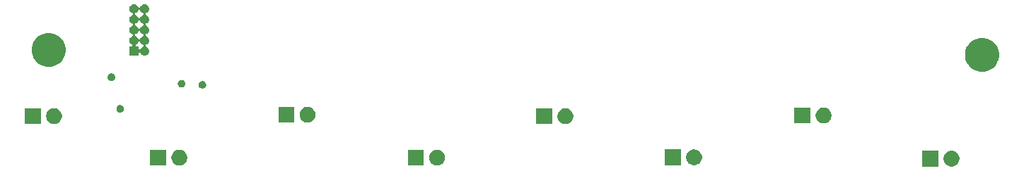
<source format=gbr>
G04 #@! TF.GenerationSoftware,KiCad,Pcbnew,(5.1.2)-2*
G04 #@! TF.CreationDate,2021-01-17T20:54:38+05:30*
G04 #@! TF.ProjectId,VendSensor,56656e64-5365-46e7-936f-722e6b696361,rev?*
G04 #@! TF.SameCoordinates,Original*
G04 #@! TF.FileFunction,Soldermask,Bot*
G04 #@! TF.FilePolarity,Negative*
%FSLAX46Y46*%
G04 Gerber Fmt 4.6, Leading zero omitted, Abs format (unit mm)*
G04 Created by KiCad (PCBNEW (5.1.2)-2) date 2021-01-17 20:54:38*
%MOMM*%
%LPD*%
G04 APERTURE LIST*
%ADD10C,0.100000*%
G04 APERTURE END LIST*
D10*
G36*
X162227395Y-55185546D02*
G01*
X162400466Y-55257234D01*
X162400467Y-55257235D01*
X162556227Y-55361310D01*
X162688690Y-55493773D01*
X162741081Y-55572182D01*
X162792766Y-55649534D01*
X162864454Y-55822605D01*
X162901000Y-56006333D01*
X162901000Y-56193667D01*
X162864454Y-56377395D01*
X162792766Y-56550466D01*
X162768871Y-56586227D01*
X162688690Y-56706227D01*
X162556227Y-56838690D01*
X162532636Y-56854453D01*
X162400466Y-56942766D01*
X162227395Y-57014454D01*
X162043667Y-57051000D01*
X161856333Y-57051000D01*
X161672605Y-57014454D01*
X161499534Y-56942766D01*
X161367364Y-56854453D01*
X161343773Y-56838690D01*
X161211310Y-56706227D01*
X161131129Y-56586227D01*
X161107234Y-56550466D01*
X161035546Y-56377395D01*
X160999000Y-56193667D01*
X160999000Y-56006333D01*
X161035546Y-55822605D01*
X161107234Y-55649534D01*
X161158919Y-55572182D01*
X161211310Y-55493773D01*
X161343773Y-55361310D01*
X161499533Y-55257235D01*
X161499534Y-55257234D01*
X161672605Y-55185546D01*
X161856333Y-55149000D01*
X162043667Y-55149000D01*
X162227395Y-55185546D01*
X162227395Y-55185546D01*
G37*
G36*
X160361000Y-57051000D02*
G01*
X158459000Y-57051000D01*
X158459000Y-55149000D01*
X160361000Y-55149000D01*
X160361000Y-57051000D01*
X160361000Y-57051000D01*
G37*
G36*
X100637395Y-55065546D02*
G01*
X100810466Y-55137234D01*
X100810467Y-55137235D01*
X100966227Y-55241310D01*
X101098690Y-55373773D01*
X101098691Y-55373775D01*
X101202766Y-55529534D01*
X101274454Y-55702605D01*
X101311000Y-55886333D01*
X101311000Y-56073667D01*
X101274454Y-56257395D01*
X101202766Y-56430466D01*
X101202765Y-56430467D01*
X101098690Y-56586227D01*
X100966227Y-56718690D01*
X100887818Y-56771081D01*
X100810466Y-56822766D01*
X100637395Y-56894454D01*
X100453667Y-56931000D01*
X100266333Y-56931000D01*
X100082605Y-56894454D01*
X99909534Y-56822766D01*
X99832182Y-56771081D01*
X99753773Y-56718690D01*
X99621310Y-56586227D01*
X99517235Y-56430467D01*
X99517234Y-56430466D01*
X99445546Y-56257395D01*
X99409000Y-56073667D01*
X99409000Y-55886333D01*
X99445546Y-55702605D01*
X99517234Y-55529534D01*
X99621309Y-55373775D01*
X99621310Y-55373773D01*
X99753773Y-55241310D01*
X99909533Y-55137235D01*
X99909534Y-55137234D01*
X100082605Y-55065546D01*
X100266333Y-55029000D01*
X100453667Y-55029000D01*
X100637395Y-55065546D01*
X100637395Y-55065546D01*
G37*
G36*
X98771000Y-56931000D02*
G01*
X96869000Y-56931000D01*
X96869000Y-55029000D01*
X98771000Y-55029000D01*
X98771000Y-56931000D01*
X98771000Y-56931000D01*
G37*
G36*
X67921000Y-56921000D02*
G01*
X66019000Y-56921000D01*
X66019000Y-55019000D01*
X67921000Y-55019000D01*
X67921000Y-56921000D01*
X67921000Y-56921000D01*
G37*
G36*
X69787395Y-55055546D02*
G01*
X69960466Y-55127234D01*
X69993041Y-55149000D01*
X70116227Y-55231310D01*
X70248690Y-55363773D01*
X70255373Y-55373775D01*
X70352766Y-55519534D01*
X70424454Y-55692605D01*
X70461000Y-55876333D01*
X70461000Y-56063667D01*
X70424454Y-56247395D01*
X70352766Y-56420466D01*
X70301081Y-56497818D01*
X70248690Y-56576227D01*
X70116227Y-56708690D01*
X70101259Y-56718691D01*
X69960466Y-56812766D01*
X69787395Y-56884454D01*
X69603667Y-56921000D01*
X69416333Y-56921000D01*
X69232605Y-56884454D01*
X69059534Y-56812766D01*
X68918741Y-56718691D01*
X68903773Y-56708690D01*
X68771310Y-56576227D01*
X68718919Y-56497818D01*
X68667234Y-56420466D01*
X68595546Y-56247395D01*
X68559000Y-56063667D01*
X68559000Y-55876333D01*
X68595546Y-55692605D01*
X68667234Y-55519534D01*
X68764627Y-55373775D01*
X68771310Y-55363773D01*
X68903773Y-55231310D01*
X69026959Y-55149000D01*
X69059534Y-55127234D01*
X69232605Y-55055546D01*
X69416333Y-55019000D01*
X69603667Y-55019000D01*
X69787395Y-55055546D01*
X69787395Y-55055546D01*
G37*
G36*
X129541000Y-56891000D02*
G01*
X127639000Y-56891000D01*
X127639000Y-54989000D01*
X129541000Y-54989000D01*
X129541000Y-56891000D01*
X129541000Y-56891000D01*
G37*
G36*
X131407395Y-55025546D02*
G01*
X131580466Y-55097234D01*
X131640330Y-55137234D01*
X131736227Y-55201310D01*
X131868690Y-55333773D01*
X131895417Y-55373773D01*
X131972766Y-55489534D01*
X132044454Y-55662605D01*
X132081000Y-55846333D01*
X132081000Y-56033667D01*
X132044454Y-56217395D01*
X131972766Y-56390466D01*
X131952720Y-56420467D01*
X131868690Y-56546227D01*
X131736227Y-56678690D01*
X131691327Y-56708691D01*
X131580466Y-56782766D01*
X131407395Y-56854454D01*
X131223667Y-56891000D01*
X131036333Y-56891000D01*
X130852605Y-56854454D01*
X130679534Y-56782766D01*
X130568673Y-56708691D01*
X130523773Y-56678690D01*
X130391310Y-56546227D01*
X130307280Y-56420467D01*
X130287234Y-56390466D01*
X130215546Y-56217395D01*
X130179000Y-56033667D01*
X130179000Y-55846333D01*
X130215546Y-55662605D01*
X130287234Y-55489534D01*
X130364583Y-55373773D01*
X130391310Y-55333773D01*
X130523773Y-55201310D01*
X130619670Y-55137234D01*
X130679534Y-55097234D01*
X130852605Y-55025546D01*
X131036333Y-54989000D01*
X131223667Y-54989000D01*
X131407395Y-55025546D01*
X131407395Y-55025546D01*
G37*
G36*
X114131000Y-51961000D02*
G01*
X112229000Y-51961000D01*
X112229000Y-50059000D01*
X114131000Y-50059000D01*
X114131000Y-51961000D01*
X114131000Y-51961000D01*
G37*
G36*
X115997395Y-50095546D02*
G01*
X116170466Y-50167234D01*
X116191532Y-50181310D01*
X116326227Y-50271310D01*
X116458690Y-50403773D01*
X116458691Y-50403775D01*
X116562766Y-50559534D01*
X116634454Y-50732605D01*
X116671000Y-50916333D01*
X116671000Y-51103667D01*
X116634454Y-51287395D01*
X116562766Y-51460466D01*
X116562765Y-51460467D01*
X116458690Y-51616227D01*
X116326227Y-51748690D01*
X116277871Y-51781000D01*
X116170466Y-51852766D01*
X115997395Y-51924454D01*
X115813667Y-51961000D01*
X115626333Y-51961000D01*
X115442605Y-51924454D01*
X115269534Y-51852766D01*
X115162129Y-51781000D01*
X115113773Y-51748690D01*
X114981310Y-51616227D01*
X114877235Y-51460467D01*
X114877234Y-51460466D01*
X114805546Y-51287395D01*
X114769000Y-51103667D01*
X114769000Y-50916333D01*
X114805546Y-50732605D01*
X114877234Y-50559534D01*
X114981309Y-50403775D01*
X114981310Y-50403773D01*
X115113773Y-50271310D01*
X115248468Y-50181310D01*
X115269534Y-50167234D01*
X115442605Y-50095546D01*
X115626333Y-50059000D01*
X115813667Y-50059000D01*
X115997395Y-50095546D01*
X115997395Y-50095546D01*
G37*
G36*
X54777395Y-50055546D02*
G01*
X54950466Y-50127234D01*
X54961222Y-50134421D01*
X55106227Y-50231310D01*
X55238690Y-50363773D01*
X55247859Y-50377496D01*
X55342766Y-50519534D01*
X55414454Y-50692605D01*
X55451000Y-50876333D01*
X55451000Y-51063667D01*
X55414454Y-51247395D01*
X55342766Y-51420466D01*
X55342765Y-51420467D01*
X55238690Y-51576227D01*
X55106227Y-51708690D01*
X55052702Y-51744454D01*
X54950466Y-51812766D01*
X54777395Y-51884454D01*
X54593667Y-51921000D01*
X54406333Y-51921000D01*
X54222605Y-51884454D01*
X54049534Y-51812766D01*
X53947298Y-51744454D01*
X53893773Y-51708690D01*
X53761310Y-51576227D01*
X53657235Y-51420467D01*
X53657234Y-51420466D01*
X53585546Y-51247395D01*
X53549000Y-51063667D01*
X53549000Y-50876333D01*
X53585546Y-50692605D01*
X53657234Y-50519534D01*
X53752141Y-50377496D01*
X53761310Y-50363773D01*
X53893773Y-50231310D01*
X54038778Y-50134421D01*
X54049534Y-50127234D01*
X54222605Y-50055546D01*
X54406333Y-50019000D01*
X54593667Y-50019000D01*
X54777395Y-50055546D01*
X54777395Y-50055546D01*
G37*
G36*
X52911000Y-51921000D02*
G01*
X51009000Y-51921000D01*
X51009000Y-50019000D01*
X52911000Y-50019000D01*
X52911000Y-51921000D01*
X52911000Y-51921000D01*
G37*
G36*
X145061000Y-51871000D02*
G01*
X143159000Y-51871000D01*
X143159000Y-49969000D01*
X145061000Y-49969000D01*
X145061000Y-51871000D01*
X145061000Y-51871000D01*
G37*
G36*
X146927395Y-50005546D02*
G01*
X147100466Y-50077234D01*
X147127873Y-50095547D01*
X147256227Y-50181310D01*
X147388690Y-50313773D01*
X147388691Y-50313775D01*
X147492766Y-50469534D01*
X147564454Y-50642605D01*
X147601000Y-50826333D01*
X147601000Y-51013667D01*
X147564454Y-51197395D01*
X147492766Y-51370466D01*
X147492765Y-51370467D01*
X147388690Y-51526227D01*
X147256227Y-51658690D01*
X147181396Y-51708690D01*
X147100466Y-51762766D01*
X146927395Y-51834454D01*
X146743667Y-51871000D01*
X146556333Y-51871000D01*
X146372605Y-51834454D01*
X146199534Y-51762766D01*
X146118604Y-51708690D01*
X146043773Y-51658690D01*
X145911310Y-51526227D01*
X145807235Y-51370467D01*
X145807234Y-51370466D01*
X145735546Y-51197395D01*
X145699000Y-51013667D01*
X145699000Y-50826333D01*
X145735546Y-50642605D01*
X145807234Y-50469534D01*
X145911309Y-50313775D01*
X145911310Y-50313773D01*
X146043773Y-50181310D01*
X146172127Y-50095547D01*
X146199534Y-50077234D01*
X146372605Y-50005546D01*
X146556333Y-49969000D01*
X146743667Y-49969000D01*
X146927395Y-50005546D01*
X146927395Y-50005546D01*
G37*
G36*
X85127395Y-49915546D02*
G01*
X85300466Y-49987234D01*
X85327873Y-50005547D01*
X85456227Y-50091310D01*
X85588690Y-50223773D01*
X85588691Y-50223775D01*
X85692766Y-50379534D01*
X85764454Y-50552605D01*
X85801000Y-50736333D01*
X85801000Y-50923667D01*
X85764454Y-51107395D01*
X85692766Y-51280466D01*
X85641081Y-51357818D01*
X85588690Y-51436227D01*
X85456227Y-51568690D01*
X85377818Y-51621081D01*
X85300466Y-51672766D01*
X85127395Y-51744454D01*
X84943667Y-51781000D01*
X84756333Y-51781000D01*
X84572605Y-51744454D01*
X84399534Y-51672766D01*
X84322182Y-51621081D01*
X84243773Y-51568690D01*
X84111310Y-51436227D01*
X84058919Y-51357818D01*
X84007234Y-51280466D01*
X83935546Y-51107395D01*
X83899000Y-50923667D01*
X83899000Y-50736333D01*
X83935546Y-50552605D01*
X84007234Y-50379534D01*
X84111309Y-50223775D01*
X84111310Y-50223773D01*
X84243773Y-50091310D01*
X84372127Y-50005547D01*
X84399534Y-49987234D01*
X84572605Y-49915546D01*
X84756333Y-49879000D01*
X84943667Y-49879000D01*
X85127395Y-49915546D01*
X85127395Y-49915546D01*
G37*
G36*
X83261000Y-51781000D02*
G01*
X81359000Y-51781000D01*
X81359000Y-49879000D01*
X83261000Y-49879000D01*
X83261000Y-51781000D01*
X83261000Y-51781000D01*
G37*
G36*
X62551552Y-49656331D02*
G01*
X62633627Y-49690328D01*
X62633629Y-49690329D01*
X62670813Y-49715175D01*
X62707495Y-49739685D01*
X62770315Y-49802505D01*
X62819672Y-49876373D01*
X62853669Y-49958448D01*
X62871000Y-50045579D01*
X62871000Y-50134421D01*
X62853669Y-50221552D01*
X62833058Y-50271310D01*
X62819671Y-50303629D01*
X62770314Y-50377496D01*
X62707496Y-50440314D01*
X62633629Y-50489671D01*
X62633628Y-50489672D01*
X62633627Y-50489672D01*
X62551552Y-50523669D01*
X62464421Y-50541000D01*
X62375579Y-50541000D01*
X62288448Y-50523669D01*
X62206373Y-50489672D01*
X62206372Y-50489672D01*
X62206371Y-50489671D01*
X62132504Y-50440314D01*
X62069686Y-50377496D01*
X62020329Y-50303629D01*
X62006942Y-50271310D01*
X61986331Y-50221552D01*
X61969000Y-50134421D01*
X61969000Y-50045579D01*
X61986331Y-49958448D01*
X62020328Y-49876373D01*
X62069685Y-49802505D01*
X62132505Y-49739685D01*
X62169187Y-49715175D01*
X62206371Y-49690329D01*
X62206373Y-49690328D01*
X62288448Y-49656331D01*
X62375579Y-49639000D01*
X62464421Y-49639000D01*
X62551552Y-49656331D01*
X62551552Y-49656331D01*
G37*
G36*
X72401552Y-46776331D02*
G01*
X72483627Y-46810328D01*
X72483629Y-46810329D01*
X72520813Y-46835175D01*
X72557495Y-46859685D01*
X72620315Y-46922505D01*
X72669672Y-46996373D01*
X72703669Y-47078448D01*
X72721000Y-47165579D01*
X72721000Y-47254421D01*
X72703669Y-47341552D01*
X72690851Y-47372496D01*
X72669671Y-47423629D01*
X72620314Y-47497496D01*
X72557496Y-47560314D01*
X72483629Y-47609671D01*
X72483628Y-47609672D01*
X72483627Y-47609672D01*
X72401552Y-47643669D01*
X72314421Y-47661000D01*
X72225579Y-47661000D01*
X72138448Y-47643669D01*
X72056373Y-47609672D01*
X72056372Y-47609672D01*
X72056371Y-47609671D01*
X71982504Y-47560314D01*
X71919686Y-47497496D01*
X71870329Y-47423629D01*
X71849149Y-47372496D01*
X71836331Y-47341552D01*
X71819000Y-47254421D01*
X71819000Y-47165579D01*
X71836331Y-47078448D01*
X71870328Y-46996373D01*
X71919685Y-46922505D01*
X71982505Y-46859685D01*
X72019187Y-46835175D01*
X72056371Y-46810329D01*
X72056373Y-46810328D01*
X72138448Y-46776331D01*
X72225579Y-46759000D01*
X72314421Y-46759000D01*
X72401552Y-46776331D01*
X72401552Y-46776331D01*
G37*
G36*
X69906552Y-46651331D02*
G01*
X69988627Y-46685328D01*
X69988629Y-46685329D01*
X70025813Y-46710175D01*
X70060973Y-46733668D01*
X70062496Y-46734686D01*
X70125314Y-46797504D01*
X70166863Y-46859685D01*
X70174672Y-46871373D01*
X70208669Y-46953448D01*
X70226000Y-47040579D01*
X70226000Y-47129421D01*
X70208669Y-47216552D01*
X70174672Y-47298627D01*
X70174671Y-47298629D01*
X70125314Y-47372496D01*
X70062496Y-47435314D01*
X69988629Y-47484671D01*
X69988628Y-47484672D01*
X69988627Y-47484672D01*
X69906552Y-47518669D01*
X69819421Y-47536000D01*
X69730579Y-47536000D01*
X69643448Y-47518669D01*
X69561373Y-47484672D01*
X69561372Y-47484672D01*
X69561371Y-47484671D01*
X69487504Y-47435314D01*
X69424686Y-47372496D01*
X69375329Y-47298629D01*
X69375328Y-47298627D01*
X69341331Y-47216552D01*
X69324000Y-47129421D01*
X69324000Y-47040579D01*
X69341331Y-46953448D01*
X69375328Y-46871373D01*
X69383138Y-46859685D01*
X69424686Y-46797504D01*
X69487504Y-46734686D01*
X69489028Y-46733668D01*
X69524187Y-46710175D01*
X69561371Y-46685329D01*
X69561373Y-46685328D01*
X69643448Y-46651331D01*
X69730579Y-46634000D01*
X69819421Y-46634000D01*
X69906552Y-46651331D01*
X69906552Y-46651331D01*
G37*
G36*
X61501552Y-45866331D02*
G01*
X61583627Y-45900328D01*
X61583629Y-45900329D01*
X61620813Y-45925175D01*
X61657495Y-45949685D01*
X61720315Y-46012505D01*
X61769672Y-46086373D01*
X61803669Y-46168448D01*
X61821000Y-46255579D01*
X61821000Y-46344421D01*
X61803669Y-46431552D01*
X61769672Y-46513627D01*
X61720315Y-46587495D01*
X61657495Y-46650315D01*
X61620813Y-46674825D01*
X61583629Y-46699671D01*
X61583628Y-46699672D01*
X61583627Y-46699672D01*
X61501552Y-46733669D01*
X61414421Y-46751000D01*
X61325579Y-46751000D01*
X61238448Y-46733669D01*
X61156373Y-46699672D01*
X61156372Y-46699672D01*
X61156371Y-46699671D01*
X61119187Y-46674825D01*
X61082505Y-46650315D01*
X61019685Y-46587495D01*
X60970328Y-46513627D01*
X60936331Y-46431552D01*
X60919000Y-46344421D01*
X60919000Y-46255579D01*
X60936331Y-46168448D01*
X60970328Y-46086373D01*
X61019685Y-46012505D01*
X61082505Y-45949685D01*
X61119187Y-45925175D01*
X61156371Y-45900329D01*
X61156373Y-45900328D01*
X61238448Y-45866331D01*
X61325579Y-45849000D01*
X61414421Y-45849000D01*
X61501552Y-45866331D01*
X61501552Y-45866331D01*
G37*
G36*
X166218254Y-41647818D02*
G01*
X166591511Y-41802426D01*
X166591513Y-41802427D01*
X166927436Y-42026884D01*
X167213116Y-42312564D01*
X167421624Y-42624617D01*
X167437574Y-42648489D01*
X167592182Y-43021746D01*
X167671000Y-43417993D01*
X167671000Y-43822007D01*
X167592182Y-44218254D01*
X167542815Y-44337436D01*
X167437573Y-44591513D01*
X167213116Y-44927436D01*
X166927436Y-45213116D01*
X166591513Y-45437573D01*
X166591512Y-45437574D01*
X166591511Y-45437574D01*
X166218254Y-45592182D01*
X165822007Y-45671000D01*
X165417993Y-45671000D01*
X165021746Y-45592182D01*
X164648489Y-45437574D01*
X164648488Y-45437574D01*
X164648487Y-45437573D01*
X164312564Y-45213116D01*
X164026884Y-44927436D01*
X163802427Y-44591513D01*
X163697185Y-44337436D01*
X163647818Y-44218254D01*
X163569000Y-43822007D01*
X163569000Y-43417993D01*
X163647818Y-43021746D01*
X163802426Y-42648489D01*
X163818377Y-42624617D01*
X164026884Y-42312564D01*
X164312564Y-42026884D01*
X164648487Y-41802427D01*
X164648489Y-41802426D01*
X165021746Y-41647818D01*
X165417993Y-41569000D01*
X165822007Y-41569000D01*
X166218254Y-41647818D01*
X166218254Y-41647818D01*
G37*
G36*
X54468254Y-41057818D02*
G01*
X54841511Y-41212426D01*
X54841513Y-41212427D01*
X55177436Y-41436884D01*
X55463116Y-41722564D01*
X55679566Y-42046503D01*
X55687574Y-42058489D01*
X55842182Y-42431746D01*
X55921000Y-42827993D01*
X55921000Y-43232007D01*
X55842182Y-43628254D01*
X55761927Y-43822006D01*
X55687573Y-44001513D01*
X55463116Y-44337436D01*
X55177436Y-44623116D01*
X54841513Y-44847573D01*
X54841512Y-44847574D01*
X54841511Y-44847574D01*
X54468254Y-45002182D01*
X54072007Y-45081000D01*
X53667993Y-45081000D01*
X53271746Y-45002182D01*
X52898489Y-44847574D01*
X52898488Y-44847574D01*
X52898487Y-44847573D01*
X52562564Y-44623116D01*
X52276884Y-44337436D01*
X52052427Y-44001513D01*
X51978073Y-43822006D01*
X51897818Y-43628254D01*
X51819000Y-43232007D01*
X51819000Y-42827993D01*
X51897818Y-42431746D01*
X52052426Y-42058489D01*
X52060435Y-42046503D01*
X52276884Y-41722564D01*
X52562564Y-41436884D01*
X52898487Y-41212427D01*
X52898489Y-41212426D01*
X53271746Y-41057818D01*
X53667993Y-40979000D01*
X54072007Y-40979000D01*
X54468254Y-41057818D01*
X54468254Y-41057818D01*
G37*
G36*
X64178015Y-37516973D02*
G01*
X64281879Y-37548479D01*
X64309055Y-37563005D01*
X64377600Y-37599643D01*
X64461501Y-37668499D01*
X64530357Y-37752400D01*
X64566995Y-37820945D01*
X64581521Y-37848121D01*
X64585388Y-37860869D01*
X64594760Y-37883496D01*
X64608374Y-37903870D01*
X64625701Y-37921197D01*
X64646075Y-37934811D01*
X64668714Y-37944188D01*
X64692747Y-37948969D01*
X64717251Y-37948969D01*
X64741285Y-37944189D01*
X64763924Y-37934812D01*
X64784298Y-37921198D01*
X64801625Y-37903871D01*
X64815239Y-37883497D01*
X64824612Y-37860869D01*
X64828479Y-37848121D01*
X64843005Y-37820945D01*
X64879643Y-37752400D01*
X64948499Y-37668499D01*
X65032400Y-37599643D01*
X65100945Y-37563005D01*
X65128121Y-37548479D01*
X65231985Y-37516973D01*
X65312933Y-37509000D01*
X65367067Y-37509000D01*
X65448015Y-37516973D01*
X65551879Y-37548479D01*
X65579055Y-37563005D01*
X65647600Y-37599643D01*
X65731501Y-37668499D01*
X65800357Y-37752400D01*
X65836995Y-37820945D01*
X65851521Y-37848121D01*
X65883027Y-37951985D01*
X65893666Y-38060000D01*
X65883027Y-38168015D01*
X65851521Y-38271879D01*
X65851519Y-38271882D01*
X65800357Y-38367600D01*
X65731501Y-38451501D01*
X65647600Y-38520357D01*
X65579055Y-38556995D01*
X65551879Y-38571521D01*
X65539131Y-38575388D01*
X65516504Y-38584760D01*
X65496130Y-38598374D01*
X65478803Y-38615701D01*
X65465189Y-38636075D01*
X65455812Y-38658714D01*
X65451031Y-38682747D01*
X65451031Y-38707251D01*
X65455811Y-38731285D01*
X65465188Y-38753924D01*
X65478802Y-38774298D01*
X65496129Y-38791625D01*
X65516503Y-38805239D01*
X65539131Y-38814612D01*
X65551879Y-38818479D01*
X65579055Y-38833005D01*
X65647600Y-38869643D01*
X65731501Y-38938499D01*
X65800357Y-39022400D01*
X65836995Y-39090945D01*
X65851521Y-39118121D01*
X65883027Y-39221985D01*
X65893666Y-39330000D01*
X65883027Y-39438015D01*
X65851521Y-39541879D01*
X65851519Y-39541882D01*
X65800357Y-39637600D01*
X65731501Y-39721501D01*
X65647600Y-39790357D01*
X65579055Y-39826995D01*
X65551879Y-39841521D01*
X65539131Y-39845388D01*
X65516504Y-39854760D01*
X65496130Y-39868374D01*
X65478803Y-39885701D01*
X65465189Y-39906075D01*
X65455812Y-39928714D01*
X65451031Y-39952747D01*
X65451031Y-39977251D01*
X65455811Y-40001285D01*
X65465188Y-40023924D01*
X65478802Y-40044298D01*
X65496129Y-40061625D01*
X65516503Y-40075239D01*
X65539131Y-40084612D01*
X65551879Y-40088479D01*
X65579055Y-40103005D01*
X65647600Y-40139643D01*
X65731501Y-40208499D01*
X65800357Y-40292400D01*
X65836995Y-40360945D01*
X65851521Y-40388121D01*
X65883027Y-40491985D01*
X65893666Y-40600000D01*
X65883027Y-40708015D01*
X65851521Y-40811879D01*
X65851519Y-40811882D01*
X65800357Y-40907600D01*
X65731501Y-40991501D01*
X65647600Y-41060357D01*
X65579055Y-41096995D01*
X65551879Y-41111521D01*
X65539131Y-41115388D01*
X65516504Y-41124760D01*
X65496130Y-41138374D01*
X65478803Y-41155701D01*
X65465189Y-41176075D01*
X65455812Y-41198714D01*
X65451031Y-41222747D01*
X65451031Y-41247251D01*
X65455811Y-41271285D01*
X65465188Y-41293924D01*
X65478802Y-41314298D01*
X65496129Y-41331625D01*
X65516503Y-41345239D01*
X65539131Y-41354612D01*
X65551879Y-41358479D01*
X65579055Y-41373005D01*
X65647600Y-41409643D01*
X65731501Y-41478499D01*
X65800357Y-41562400D01*
X65836995Y-41630945D01*
X65851521Y-41658121D01*
X65883027Y-41761985D01*
X65893666Y-41870000D01*
X65883027Y-41978015D01*
X65851521Y-42081879D01*
X65851519Y-42081882D01*
X65800357Y-42177600D01*
X65731501Y-42261501D01*
X65647600Y-42330357D01*
X65592014Y-42360068D01*
X65551879Y-42381521D01*
X65539131Y-42385388D01*
X65516504Y-42394760D01*
X65496130Y-42408374D01*
X65478803Y-42425701D01*
X65465189Y-42446075D01*
X65455812Y-42468714D01*
X65451031Y-42492747D01*
X65451031Y-42517251D01*
X65455811Y-42541285D01*
X65465188Y-42563924D01*
X65478802Y-42584298D01*
X65496129Y-42601625D01*
X65516503Y-42615239D01*
X65539131Y-42624612D01*
X65551879Y-42628479D01*
X65579055Y-42643005D01*
X65647600Y-42679643D01*
X65731501Y-42748499D01*
X65800357Y-42832400D01*
X65836995Y-42900945D01*
X65851521Y-42928121D01*
X65883027Y-43031985D01*
X65893666Y-43140000D01*
X65883027Y-43248015D01*
X65851521Y-43351879D01*
X65851191Y-43352496D01*
X65800357Y-43447600D01*
X65731501Y-43531501D01*
X65647600Y-43600357D01*
X65595408Y-43628254D01*
X65551879Y-43651521D01*
X65448015Y-43683027D01*
X65367067Y-43691000D01*
X65312933Y-43691000D01*
X65231985Y-43683027D01*
X65128121Y-43651521D01*
X65084592Y-43628254D01*
X65032400Y-43600357D01*
X64948499Y-43531501D01*
X64879645Y-43447601D01*
X64879644Y-43447600D01*
X64856236Y-43403807D01*
X64842625Y-43383437D01*
X64825298Y-43366110D01*
X64804924Y-43352496D01*
X64782285Y-43343119D01*
X64758252Y-43338338D01*
X64733748Y-43338338D01*
X64709714Y-43343118D01*
X64687076Y-43352495D01*
X64666701Y-43366109D01*
X64649374Y-43383436D01*
X64635760Y-43403810D01*
X64626383Y-43426449D01*
X64621602Y-43450482D01*
X64621000Y-43462735D01*
X64621000Y-43691000D01*
X63519000Y-43691000D01*
X63519000Y-42589000D01*
X63747265Y-42589000D01*
X63771651Y-42586598D01*
X63795100Y-42579485D01*
X63816711Y-42567934D01*
X63835653Y-42552389D01*
X63851198Y-42533447D01*
X63862749Y-42511836D01*
X63869862Y-42488387D01*
X63872264Y-42464001D01*
X63871058Y-42451748D01*
X64268338Y-42451748D01*
X64268338Y-42476252D01*
X64273118Y-42500286D01*
X64282495Y-42522924D01*
X64296109Y-42543299D01*
X64313436Y-42560626D01*
X64333810Y-42574240D01*
X64356449Y-42583617D01*
X64380482Y-42588398D01*
X64392735Y-42589000D01*
X64621000Y-42589000D01*
X64621000Y-42817265D01*
X64623402Y-42841651D01*
X64630515Y-42865100D01*
X64642066Y-42886711D01*
X64657611Y-42905653D01*
X64676553Y-42921198D01*
X64698164Y-42932749D01*
X64721613Y-42939862D01*
X64745999Y-42942264D01*
X64770385Y-42939862D01*
X64793834Y-42932749D01*
X64815445Y-42921198D01*
X64834387Y-42905653D01*
X64849932Y-42886711D01*
X64856233Y-42876198D01*
X64879644Y-42832400D01*
X64948499Y-42748499D01*
X65032400Y-42679643D01*
X65100945Y-42643005D01*
X65128121Y-42628479D01*
X65140869Y-42624612D01*
X65163496Y-42615240D01*
X65183870Y-42601626D01*
X65201197Y-42584299D01*
X65214811Y-42563925D01*
X65224188Y-42541286D01*
X65228969Y-42517253D01*
X65228969Y-42492749D01*
X65224189Y-42468715D01*
X65214812Y-42446076D01*
X65201198Y-42425702D01*
X65183871Y-42408375D01*
X65163497Y-42394761D01*
X65140869Y-42385388D01*
X65128121Y-42381521D01*
X65087986Y-42360068D01*
X65032400Y-42330357D01*
X64948499Y-42261501D01*
X64879643Y-42177600D01*
X64828481Y-42081882D01*
X64828479Y-42081879D01*
X64824612Y-42069131D01*
X64815240Y-42046504D01*
X64801626Y-42026130D01*
X64784299Y-42008803D01*
X64763925Y-41995189D01*
X64741286Y-41985812D01*
X64717253Y-41981031D01*
X64692749Y-41981031D01*
X64668715Y-41985811D01*
X64646076Y-41995188D01*
X64625702Y-42008802D01*
X64608375Y-42026129D01*
X64594761Y-42046503D01*
X64585388Y-42069131D01*
X64581521Y-42081879D01*
X64581519Y-42081882D01*
X64530357Y-42177600D01*
X64461501Y-42261501D01*
X64377600Y-42330356D01*
X64333807Y-42353764D01*
X64313437Y-42367375D01*
X64296110Y-42384702D01*
X64282496Y-42405076D01*
X64273119Y-42427715D01*
X64268338Y-42451748D01*
X63871058Y-42451748D01*
X63869862Y-42439615D01*
X63862749Y-42416166D01*
X63851198Y-42394555D01*
X63835653Y-42375613D01*
X63816711Y-42360068D01*
X63806198Y-42353767D01*
X63762400Y-42330356D01*
X63678499Y-42261501D01*
X63609643Y-42177600D01*
X63558481Y-42081882D01*
X63558479Y-42081879D01*
X63526973Y-41978015D01*
X63516334Y-41870000D01*
X63526973Y-41761985D01*
X63558479Y-41658121D01*
X63573005Y-41630945D01*
X63609643Y-41562400D01*
X63678499Y-41478499D01*
X63762400Y-41409643D01*
X63830945Y-41373005D01*
X63858121Y-41358479D01*
X63870869Y-41354612D01*
X63893496Y-41345240D01*
X63913870Y-41331626D01*
X63931197Y-41314299D01*
X63944811Y-41293925D01*
X63954188Y-41271286D01*
X63958969Y-41247253D01*
X63958969Y-41222749D01*
X63958969Y-41222747D01*
X64181031Y-41222747D01*
X64181031Y-41247251D01*
X64185811Y-41271285D01*
X64195188Y-41293924D01*
X64208802Y-41314298D01*
X64226129Y-41331625D01*
X64246503Y-41345239D01*
X64269131Y-41354612D01*
X64281879Y-41358479D01*
X64309055Y-41373005D01*
X64377600Y-41409643D01*
X64461501Y-41478499D01*
X64530357Y-41562400D01*
X64566995Y-41630945D01*
X64581521Y-41658121D01*
X64585388Y-41670869D01*
X64594760Y-41693496D01*
X64608374Y-41713870D01*
X64625701Y-41731197D01*
X64646075Y-41744811D01*
X64668714Y-41754188D01*
X64692747Y-41758969D01*
X64717251Y-41758969D01*
X64741285Y-41754189D01*
X64763924Y-41744812D01*
X64784298Y-41731198D01*
X64801625Y-41713871D01*
X64815239Y-41693497D01*
X64824612Y-41670869D01*
X64828479Y-41658121D01*
X64843005Y-41630945D01*
X64879643Y-41562400D01*
X64948499Y-41478499D01*
X65032400Y-41409643D01*
X65100945Y-41373005D01*
X65128121Y-41358479D01*
X65140869Y-41354612D01*
X65163496Y-41345240D01*
X65183870Y-41331626D01*
X65201197Y-41314299D01*
X65214811Y-41293925D01*
X65224188Y-41271286D01*
X65228969Y-41247253D01*
X65228969Y-41222749D01*
X65224189Y-41198715D01*
X65214812Y-41176076D01*
X65201198Y-41155702D01*
X65183871Y-41138375D01*
X65163497Y-41124761D01*
X65140869Y-41115388D01*
X65128121Y-41111521D01*
X65100945Y-41096995D01*
X65032400Y-41060357D01*
X64948499Y-40991501D01*
X64879643Y-40907600D01*
X64828481Y-40811882D01*
X64828479Y-40811879D01*
X64824612Y-40799131D01*
X64815240Y-40776504D01*
X64801626Y-40756130D01*
X64784299Y-40738803D01*
X64763925Y-40725189D01*
X64741286Y-40715812D01*
X64717253Y-40711031D01*
X64692749Y-40711031D01*
X64668715Y-40715811D01*
X64646076Y-40725188D01*
X64625702Y-40738802D01*
X64608375Y-40756129D01*
X64594761Y-40776503D01*
X64585388Y-40799131D01*
X64581521Y-40811879D01*
X64581519Y-40811882D01*
X64530357Y-40907600D01*
X64461501Y-40991501D01*
X64377600Y-41060357D01*
X64309055Y-41096995D01*
X64281879Y-41111521D01*
X64269131Y-41115388D01*
X64246504Y-41124760D01*
X64226130Y-41138374D01*
X64208803Y-41155701D01*
X64195189Y-41176075D01*
X64185812Y-41198714D01*
X64181031Y-41222747D01*
X63958969Y-41222747D01*
X63954189Y-41198715D01*
X63944812Y-41176076D01*
X63931198Y-41155702D01*
X63913871Y-41138375D01*
X63893497Y-41124761D01*
X63870869Y-41115388D01*
X63858121Y-41111521D01*
X63830945Y-41096995D01*
X63762400Y-41060357D01*
X63678499Y-40991501D01*
X63609643Y-40907600D01*
X63558481Y-40811882D01*
X63558479Y-40811879D01*
X63526973Y-40708015D01*
X63516334Y-40600000D01*
X63526973Y-40491985D01*
X63558479Y-40388121D01*
X63573005Y-40360945D01*
X63609643Y-40292400D01*
X63678499Y-40208499D01*
X63762400Y-40139643D01*
X63830945Y-40103005D01*
X63858121Y-40088479D01*
X63870869Y-40084612D01*
X63893496Y-40075240D01*
X63913870Y-40061626D01*
X63931197Y-40044299D01*
X63944811Y-40023925D01*
X63954188Y-40001286D01*
X63958969Y-39977253D01*
X63958969Y-39952749D01*
X63958969Y-39952747D01*
X64181031Y-39952747D01*
X64181031Y-39977251D01*
X64185811Y-40001285D01*
X64195188Y-40023924D01*
X64208802Y-40044298D01*
X64226129Y-40061625D01*
X64246503Y-40075239D01*
X64269131Y-40084612D01*
X64281879Y-40088479D01*
X64309055Y-40103005D01*
X64377600Y-40139643D01*
X64461501Y-40208499D01*
X64530357Y-40292400D01*
X64566995Y-40360945D01*
X64581521Y-40388121D01*
X64585388Y-40400869D01*
X64594760Y-40423496D01*
X64608374Y-40443870D01*
X64625701Y-40461197D01*
X64646075Y-40474811D01*
X64668714Y-40484188D01*
X64692747Y-40488969D01*
X64717251Y-40488969D01*
X64741285Y-40484189D01*
X64763924Y-40474812D01*
X64784298Y-40461198D01*
X64801625Y-40443871D01*
X64815239Y-40423497D01*
X64824612Y-40400869D01*
X64828479Y-40388121D01*
X64843005Y-40360945D01*
X64879643Y-40292400D01*
X64948499Y-40208499D01*
X65032400Y-40139643D01*
X65100945Y-40103005D01*
X65128121Y-40088479D01*
X65140869Y-40084612D01*
X65163496Y-40075240D01*
X65183870Y-40061626D01*
X65201197Y-40044299D01*
X65214811Y-40023925D01*
X65224188Y-40001286D01*
X65228969Y-39977253D01*
X65228969Y-39952749D01*
X65224189Y-39928715D01*
X65214812Y-39906076D01*
X65201198Y-39885702D01*
X65183871Y-39868375D01*
X65163497Y-39854761D01*
X65140869Y-39845388D01*
X65128121Y-39841521D01*
X65100945Y-39826995D01*
X65032400Y-39790357D01*
X64948499Y-39721501D01*
X64879643Y-39637600D01*
X64828481Y-39541882D01*
X64828479Y-39541879D01*
X64824612Y-39529131D01*
X64815240Y-39506504D01*
X64801626Y-39486130D01*
X64784299Y-39468803D01*
X64763925Y-39455189D01*
X64741286Y-39445812D01*
X64717253Y-39441031D01*
X64692749Y-39441031D01*
X64668715Y-39445811D01*
X64646076Y-39455188D01*
X64625702Y-39468802D01*
X64608375Y-39486129D01*
X64594761Y-39506503D01*
X64585388Y-39529131D01*
X64581521Y-39541879D01*
X64581519Y-39541882D01*
X64530357Y-39637600D01*
X64461501Y-39721501D01*
X64377600Y-39790357D01*
X64309055Y-39826995D01*
X64281879Y-39841521D01*
X64269131Y-39845388D01*
X64246504Y-39854760D01*
X64226130Y-39868374D01*
X64208803Y-39885701D01*
X64195189Y-39906075D01*
X64185812Y-39928714D01*
X64181031Y-39952747D01*
X63958969Y-39952747D01*
X63954189Y-39928715D01*
X63944812Y-39906076D01*
X63931198Y-39885702D01*
X63913871Y-39868375D01*
X63893497Y-39854761D01*
X63870869Y-39845388D01*
X63858121Y-39841521D01*
X63830945Y-39826995D01*
X63762400Y-39790357D01*
X63678499Y-39721501D01*
X63609643Y-39637600D01*
X63558481Y-39541882D01*
X63558479Y-39541879D01*
X63526973Y-39438015D01*
X63516334Y-39330000D01*
X63526973Y-39221985D01*
X63558479Y-39118121D01*
X63573005Y-39090945D01*
X63609643Y-39022400D01*
X63678499Y-38938499D01*
X63762400Y-38869643D01*
X63830945Y-38833005D01*
X63858121Y-38818479D01*
X63870869Y-38814612D01*
X63893496Y-38805240D01*
X63913870Y-38791626D01*
X63931197Y-38774299D01*
X63944811Y-38753925D01*
X63954188Y-38731286D01*
X63958969Y-38707253D01*
X63958969Y-38682749D01*
X63958969Y-38682747D01*
X64181031Y-38682747D01*
X64181031Y-38707251D01*
X64185811Y-38731285D01*
X64195188Y-38753924D01*
X64208802Y-38774298D01*
X64226129Y-38791625D01*
X64246503Y-38805239D01*
X64269131Y-38814612D01*
X64281879Y-38818479D01*
X64309055Y-38833005D01*
X64377600Y-38869643D01*
X64461501Y-38938499D01*
X64530357Y-39022400D01*
X64566995Y-39090945D01*
X64581521Y-39118121D01*
X64585388Y-39130869D01*
X64594760Y-39153496D01*
X64608374Y-39173870D01*
X64625701Y-39191197D01*
X64646075Y-39204811D01*
X64668714Y-39214188D01*
X64692747Y-39218969D01*
X64717251Y-39218969D01*
X64741285Y-39214189D01*
X64763924Y-39204812D01*
X64784298Y-39191198D01*
X64801625Y-39173871D01*
X64815239Y-39153497D01*
X64824612Y-39130869D01*
X64828479Y-39118121D01*
X64843005Y-39090945D01*
X64879643Y-39022400D01*
X64948499Y-38938499D01*
X65032400Y-38869643D01*
X65100945Y-38833005D01*
X65128121Y-38818479D01*
X65140869Y-38814612D01*
X65163496Y-38805240D01*
X65183870Y-38791626D01*
X65201197Y-38774299D01*
X65214811Y-38753925D01*
X65224188Y-38731286D01*
X65228969Y-38707253D01*
X65228969Y-38682749D01*
X65224189Y-38658715D01*
X65214812Y-38636076D01*
X65201198Y-38615702D01*
X65183871Y-38598375D01*
X65163497Y-38584761D01*
X65140869Y-38575388D01*
X65128121Y-38571521D01*
X65100945Y-38556995D01*
X65032400Y-38520357D01*
X64948499Y-38451501D01*
X64879643Y-38367600D01*
X64828481Y-38271882D01*
X64828479Y-38271879D01*
X64824612Y-38259131D01*
X64815240Y-38236504D01*
X64801626Y-38216130D01*
X64784299Y-38198803D01*
X64763925Y-38185189D01*
X64741286Y-38175812D01*
X64717253Y-38171031D01*
X64692749Y-38171031D01*
X64668715Y-38175811D01*
X64646076Y-38185188D01*
X64625702Y-38198802D01*
X64608375Y-38216129D01*
X64594761Y-38236503D01*
X64585388Y-38259131D01*
X64581521Y-38271879D01*
X64581519Y-38271882D01*
X64530357Y-38367600D01*
X64461501Y-38451501D01*
X64377600Y-38520357D01*
X64309055Y-38556995D01*
X64281879Y-38571521D01*
X64269131Y-38575388D01*
X64246504Y-38584760D01*
X64226130Y-38598374D01*
X64208803Y-38615701D01*
X64195189Y-38636075D01*
X64185812Y-38658714D01*
X64181031Y-38682747D01*
X63958969Y-38682747D01*
X63954189Y-38658715D01*
X63944812Y-38636076D01*
X63931198Y-38615702D01*
X63913871Y-38598375D01*
X63893497Y-38584761D01*
X63870869Y-38575388D01*
X63858121Y-38571521D01*
X63830945Y-38556995D01*
X63762400Y-38520357D01*
X63678499Y-38451501D01*
X63609643Y-38367600D01*
X63558481Y-38271882D01*
X63558479Y-38271879D01*
X63526973Y-38168015D01*
X63516334Y-38060000D01*
X63526973Y-37951985D01*
X63558479Y-37848121D01*
X63573005Y-37820945D01*
X63609643Y-37752400D01*
X63678499Y-37668499D01*
X63762400Y-37599643D01*
X63830945Y-37563005D01*
X63858121Y-37548479D01*
X63961985Y-37516973D01*
X64042933Y-37509000D01*
X64097067Y-37509000D01*
X64178015Y-37516973D01*
X64178015Y-37516973D01*
G37*
M02*

</source>
